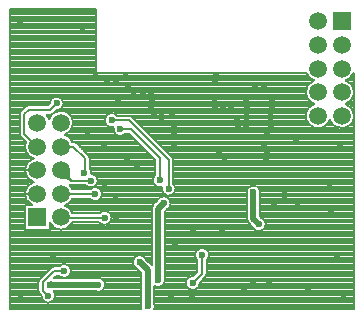
<source format=gbl>
G04*
G04 #@! TF.GenerationSoftware,Altium Limited,Altium Designer,18.1.7 (191)*
G04*
G04 Layer_Physical_Order=2*
G04 Layer_Color=16711680*
%FSLAX24Y24*%
%MOIN*%
G70*
G01*
G75*
%ADD11C,0.0079*%
%ADD50C,0.0197*%
%ADD62C,0.0591*%
%ADD63R,0.0591X0.0591*%
%ADD64C,0.0236*%
G36*
X54537Y22238D02*
X54522Y22251D01*
X54503Y22262D01*
X54481Y22272D01*
X54456Y22281D01*
X54428Y22288D01*
X54396Y22294D01*
X54361Y22298D01*
X54280Y22303D01*
X54235Y22303D01*
X54528Y22595D01*
X54528Y22550D01*
X54532Y22470D01*
X54537Y22435D01*
X54543Y22403D01*
X54550Y22375D01*
X54558Y22349D01*
X54568Y22328D01*
X54580Y22309D01*
X54592Y22294D01*
X54537Y22238D01*
D02*
G37*
D11*
X64005Y25222D02*
G03*
X63719Y25591I-413J-26D01*
G01*
X64005Y24435D02*
G03*
X63719Y24803I-413J-26D01*
G01*
Y25591D02*
G03*
X63979Y25837I-126J394D01*
G01*
X62419D02*
G03*
X62679Y25591I386J148D01*
G01*
X63719Y24803D02*
G03*
X64005Y25171I-126J394D01*
G01*
X63199Y24283D02*
G03*
X64005Y24384I394J126D01*
G01*
X62679Y24803D02*
G03*
X63199Y24283I126J-394D01*
G01*
X62679Y25591D02*
G03*
X62679Y24803I126J-394D01*
G01*
X56617Y24373D02*
G03*
X56506Y24419I-112J-111D01*
G01*
X56617Y24373D02*
G03*
X56506Y24419I-111J-111D01*
G01*
X57982Y22943D02*
G03*
X57936Y23054I-157J0D01*
G01*
X57982Y22943D02*
G03*
X57936Y23054I-157J0D01*
G01*
X56101Y24419D02*
G03*
X55984Y24033I-176J-157D01*
G01*
D02*
G03*
X56387Y23809I227J-66D01*
G01*
X55246Y22520D02*
G03*
X55187Y22676I-236J0D01*
G01*
X55244Y22489D02*
G03*
X55246Y22520I-234J30D01*
G01*
X60886Y21860D02*
G03*
X60433Y21766I-236J0D01*
G01*
X60866D02*
G03*
X60886Y21860I-217J94D01*
G01*
X58061Y21978D02*
G03*
X57982Y22154I-236J0D01*
G01*
X57369Y22433D02*
G03*
X57594Y22031I157J-176D01*
G01*
D02*
G03*
X58061Y21978I230J-52D01*
G01*
X57894Y21496D02*
G03*
X57438Y21582I-236J0D01*
G01*
X55463Y22254D02*
G03*
X55244Y22489I-236J0D01*
G01*
X55198Y21644D02*
G03*
X55610Y21801I176J157D01*
G01*
D02*
G03*
X55198Y21959I-236J0D01*
G01*
X61063Y20797D02*
G03*
X60913Y21017I-236J0D01*
G01*
X60607Y20711D02*
G03*
X61063Y20797I220J86D01*
G01*
X60433Y20974D02*
G03*
X60497Y20821I217J0D01*
G01*
X60433Y20974D02*
G03*
X60496Y20821I217J0D01*
G01*
X57744Y21276D02*
G03*
X57894Y21496I-86J220D01*
G01*
X57317Y21462D02*
G03*
X57254Y21309I153J-153D01*
G01*
X59094Y19586D02*
G03*
X59176Y19765I-155J179D01*
G01*
D02*
G03*
X58780Y19591I-236J0D01*
G01*
X57318Y21463D02*
G03*
X57254Y21309I153J-153D01*
G01*
X55925Y21014D02*
G03*
X55513Y21171I-236J0D01*
G01*
Y20856D02*
G03*
X55925Y21014I176J157D01*
G01*
X57080Y19614D02*
G03*
X56774Y19308I-220J-86D01*
G01*
X59048Y19042D02*
G03*
X59094Y19154I-111J111D01*
G01*
X59048Y19042D02*
G03*
X59094Y19154I-111J112D01*
G01*
X58635Y19074D02*
G03*
X58858Y18839I-13J-236D01*
G01*
X57707Y18937D02*
G03*
X57687Y19031I-236J0D01*
G01*
X57343Y18738D02*
G03*
X57707Y18937I128J199D01*
G01*
X55709Y18780D02*
G03*
X55378Y18996I-236J0D01*
G01*
X57362Y18061D02*
G03*
X57343Y18155I-236J0D01*
G01*
X57341Y17963D02*
G03*
X57362Y18061I-215J98D01*
G01*
X56909Y18155D02*
G03*
X56911Y17963I217J-94D01*
G01*
X55378Y18563D02*
G03*
X55709Y18780I94J217D01*
G01*
X54071Y24587D02*
G03*
X54321Y24823I13J236D01*
G01*
D02*
G03*
X53849Y24810I-236J0D01*
G01*
X53159Y24764D02*
G03*
X53048Y24718I0J-157D01*
G01*
X53159Y24764D02*
G03*
X53048Y24717I0J-157D01*
G01*
X54646Y24173D02*
G03*
X53999Y24515I-413J0D01*
G01*
X53868Y24449D02*
G03*
X53941Y24467I0J157D01*
G01*
X54358Y23780D02*
G03*
X54646Y24173I-126J394D01*
G01*
X53868Y24449D02*
G03*
X53941Y24467I0J157D01*
G01*
D02*
G03*
X53839Y24299I291J-294D01*
G01*
D02*
G03*
X53753Y24449I-394J-126D01*
G01*
X52900Y24570D02*
G03*
X52854Y24459I111J-111D01*
G01*
X52901Y24570D02*
G03*
X52854Y24459I111J-112D01*
G01*
Y23819D02*
G03*
X52900Y23708I157J0D01*
G01*
X52854Y23819D02*
G03*
X52901Y23707I157J0D01*
G01*
X54615Y23543D02*
G03*
X54358Y23780I-382J-157D01*
G01*
X54757Y23497D02*
G03*
X54646Y23543I-112J-111D01*
G01*
X55187Y23002D02*
G03*
X55141Y23113I-157J0D01*
G01*
X55187Y23002D02*
G03*
X55141Y23114I-157J0D01*
G01*
X54757Y23497D02*
G03*
X54646Y23543I-111J-111D01*
G01*
X53063Y23545D02*
G03*
X53319Y22992I382J-159D01*
G01*
X55050Y22096D02*
G03*
X55463Y22254I176J157D01*
G01*
X54521Y22107D02*
G03*
X54577Y22096I55J147D01*
G01*
X54521Y22107D02*
G03*
X54577Y22096I55J147D01*
G01*
X54618Y21959D02*
G03*
X54521Y22107I-386J-148D01*
G01*
X54618Y21171D02*
G03*
X54358Y21417I-386J-148D01*
G01*
D02*
G03*
X54610Y21644I-126J394D01*
G01*
X53858Y20848D02*
G03*
X54610Y20856I374J176D01*
G01*
X54577Y19232D02*
G03*
X54164Y19390I-236J0D01*
G01*
X54341Y18996D02*
G03*
X54577Y19232I0J236D01*
G01*
X54164Y19075D02*
G03*
X54341Y18996I176J157D01*
G01*
X53319Y22992D02*
G03*
X53319Y22205I126J-394D01*
G01*
D02*
G03*
X53269Y21437I126J-394D01*
G01*
X54006Y19390D02*
G03*
X53895Y19343I0J-157D01*
G01*
X54006Y19390D02*
G03*
X53895Y19344I0J-157D01*
G01*
X54045Y18415D02*
G03*
X53993Y18563I-236J0D01*
G01*
X53531Y18979D02*
G03*
X53484Y18868I111J-112D01*
G01*
X53573Y18428D02*
G03*
X54045Y18415I236J-13D01*
G01*
X53530Y18979D02*
G03*
X53484Y18868I111J-111D01*
G01*
Y18583D02*
G03*
X53530Y18471I157J0D01*
G01*
X53484Y18583D02*
G03*
X53531Y18471I157J0D01*
G01*
X64005Y25222D02*
Y25837D01*
X63975Y25354D02*
X64005D01*
X63975Y25039D02*
X64005D01*
X63932Y24961D02*
X64005D01*
X63975Y25827D02*
X64005D01*
X63932Y25748D02*
X64005D01*
X63932Y25433D02*
X64005D01*
X63860Y25512D02*
X64005D01*
Y24435D02*
Y25171D01*
X63975Y24252D02*
X64005D01*
X63932Y24173D02*
X64005D01*
X63860Y24094D02*
X64005D01*
X63860Y24724D02*
X64005D01*
X63860Y24882D02*
X64005D01*
X63975Y24567D02*
X64005D01*
X63932Y24646D02*
X64005D01*
X63860Y25669D02*
X64005D01*
X63719Y25591D02*
X64005D01*
X63719Y24803D02*
X64005D01*
X63718Y24016D02*
X64005D01*
X62931D02*
X63467D01*
X57053Y23937D02*
X64005D01*
X63144Y24173D02*
X63253D01*
X63073Y24094D02*
X63325D01*
X56975Y24016D02*
X62679D01*
X57982Y22283D02*
X64005D01*
X57982Y22598D02*
X64005D01*
X60794Y22047D02*
X64005D01*
X58009Y22126D02*
X64005D01*
X57982Y22835D02*
X64005D01*
X57982Y22913D02*
X64005D01*
X57982Y22677D02*
X64005D01*
X57982Y22756D02*
X64005D01*
X60866Y21575D02*
X64005D01*
X60866Y21653D02*
X64005D01*
X60866Y21417D02*
X64005D01*
X60866Y21496D02*
X64005D01*
X60884Y21890D02*
X64005D01*
X60860Y21968D02*
X64005D01*
X60881Y21811D02*
X64005D01*
X60866Y21732D02*
X64005D01*
X57526Y23465D02*
X64005D01*
X57447Y23543D02*
X64005D01*
X57683Y23307D02*
X64005D01*
X57605Y23386D02*
X64005D01*
X57211Y23779D02*
X64005D01*
X57132Y23858D02*
X64005D01*
X57368Y23622D02*
X64005D01*
X57290Y23701D02*
X64005D01*
X57982Y22441D02*
X64005D01*
X57982Y22520D02*
X64005D01*
X57982Y22205D02*
X64005D01*
X57982Y22362D02*
X64005D01*
X57841Y23150D02*
X64005D01*
X57762Y23228D02*
X64005D01*
X57974Y22992D02*
X64005D01*
X57920Y23071D02*
X64005D01*
X56739Y24252D02*
X62423D01*
X56896Y24094D02*
X62537D01*
X56817Y24173D02*
X62466D01*
X56660Y24331D02*
X62399D01*
X56561Y24409D02*
X62392D01*
X56617Y24373D02*
X57936Y23054D01*
X57982Y22154D02*
Y22943D01*
X56490Y23809D02*
X57369Y22930D01*
X56387Y23809D02*
X56490D01*
X57369Y22433D02*
Y22930D01*
X56355Y23779D02*
X56519D01*
X55993Y24488D02*
X62399D01*
X55394Y25837D02*
X62419D01*
X55187Y22913D02*
X57369D01*
X55187Y22992D02*
X57307D01*
X55394Y25837D02*
Y27982D01*
X56101Y24419D02*
X56506D01*
X55187Y22756D02*
X57369D01*
X55187Y22835D02*
X57369D01*
X55233Y22598D02*
X57369D01*
X55187Y22677D02*
X57369D01*
X55187Y22676D02*
Y23002D01*
X55246Y22520D02*
X57369D01*
X58051Y22047D02*
X60505D01*
X58061Y21968D02*
X60440D01*
X58044Y21890D02*
X60415D01*
X57991Y21811D02*
X60419D01*
X57834Y21653D02*
X60433D01*
X57662Y21732D02*
X60433D01*
X57894Y21496D02*
X60433D01*
X57880Y21575D02*
X60433D01*
X57880Y21417D02*
X60433D01*
X57318Y21463D02*
X57438Y21582D01*
X55425Y22126D02*
X57330D01*
X55371Y22441D02*
X57369D01*
X55541Y21968D02*
X57589D01*
X55341Y22047D02*
X57418D01*
X55436Y22362D02*
X57315D01*
X55461Y22283D02*
X57292D01*
X55457Y22205D02*
X57296D01*
X55610Y21811D02*
X57658D01*
X55593Y21890D02*
X57606D01*
X55600Y21732D02*
X57653D01*
X55558Y21653D02*
X57481D01*
X55441Y21575D02*
X57430D01*
X60866Y21260D02*
X64005D01*
X60866Y21339D02*
X64005D01*
X60866Y21102D02*
X64005D01*
X60866Y21181D02*
X64005D01*
X60866Y21064D02*
X60913Y21017D01*
X60866Y21064D02*
Y21766D01*
X61011Y20945D02*
X64005D01*
X60907Y21024D02*
X64005D01*
Y17963D02*
Y24384D01*
X61053Y20866D02*
X64005D01*
X61063Y20787D02*
X64005D01*
X61046Y20709D02*
X64005D01*
X60497Y20821D02*
X60607Y20711D01*
X60993Y20630D02*
X64005D01*
X60433Y20974D02*
Y21766D01*
X57687Y21024D02*
X60433D01*
X57687Y20866D02*
X60462D01*
X57687Y20945D02*
X60435D01*
X57834Y21339D02*
X60433D01*
X57727Y21260D02*
X60433D01*
X57687Y21102D02*
X60433D01*
X57687Y21181D02*
X60433D01*
X57687Y20551D02*
X64005D01*
X57687Y20630D02*
X60660D01*
X57687Y20394D02*
X64005D01*
X57687Y20472D02*
X64005D01*
X57687Y20709D02*
X60608D01*
X57687Y20787D02*
X60530D01*
X59162Y19685D02*
X64005D01*
X59115Y19606D02*
X64005D01*
X59094Y19449D02*
X64005D01*
X59094Y19528D02*
X64005D01*
X59117Y19921D02*
X64005D01*
X58962Y20000D02*
X64005D01*
X59176Y19764D02*
X64005D01*
X59163Y19842D02*
X64005D01*
X59060Y19055D02*
X64005D01*
X58983Y18976D02*
X64005D01*
X58904Y18898D02*
X64005D01*
X58857Y18819D02*
X64005D01*
X59094Y19291D02*
X64005D01*
X59094Y19370D02*
X64005D01*
X59094Y19213D02*
X64005D01*
X59093Y19134D02*
X64005D01*
X58837Y18740D02*
X64005D01*
X58778Y18661D02*
X64005D01*
X57343Y18504D02*
X64005D01*
X57343Y18583D02*
X64005D01*
X57687Y20236D02*
X64005D01*
X57687Y20315D02*
X64005D01*
X57687Y20079D02*
X64005D01*
X57687Y20157D02*
X64005D01*
X57357Y18110D02*
X64005D01*
X57343Y18189D02*
X64005D01*
X57360Y18031D02*
X64005D01*
X57341Y17963D02*
X64005D01*
X57343Y18346D02*
X64005D01*
X57343Y18425D02*
X64005D01*
X57343Y18268D02*
X64005D01*
X57687Y19921D02*
X58763D01*
X57687Y20000D02*
X58918D01*
X57687Y19685D02*
X58718D01*
X57687Y19842D02*
X58717D01*
X57687Y19764D02*
X58704D01*
X57687Y21219D02*
X57744Y21276D01*
X59094Y19154D02*
Y19586D01*
X57687Y19528D02*
X58780D01*
X57687Y19606D02*
X58765D01*
X57687Y19031D02*
Y21219D01*
X58780Y19219D02*
Y19591D01*
X57687Y19449D02*
X58780D01*
X55856Y21181D02*
X57254D01*
X55925Y21024D02*
X57254D01*
X55908Y21102D02*
X57254D01*
X55915Y20945D02*
X57254D01*
X55873Y20866D02*
X57254D01*
X55756Y20787D02*
X57254D01*
X57036Y19685D02*
X57254D01*
X56865Y19764D02*
X57254D01*
X57167Y19528D02*
X57254D01*
X57088Y19606D02*
X57254D01*
Y19440D02*
Y21309D01*
X57080Y19614D02*
X57254Y19440D01*
X58635Y19074D02*
X58780Y19219D01*
X57687Y19291D02*
X58780D01*
X57687Y19213D02*
X58773D01*
X57687Y19370D02*
X58780D01*
X57687Y19055D02*
X58528D01*
X57687Y19134D02*
X58695D01*
X58858Y18852D02*
X59048Y19042D01*
X57703Y18976D02*
X58430D01*
X57601Y18740D02*
X58407D01*
X57703Y18898D02*
X58393D01*
X57675Y18819D02*
X58387D01*
X56774Y19308D02*
X56909Y19172D01*
X55603Y18976D02*
X56909D01*
X57343Y18661D02*
X58466D01*
X55677Y18898D02*
X56909D01*
X55705Y18819D02*
X56909D01*
X55705Y18740D02*
X56909D01*
X55677Y18661D02*
X56909D01*
X57343Y18155D02*
Y18738D01*
X56909Y18155D02*
Y19172D01*
X55603Y18583D02*
X56909D01*
X52530Y26378D02*
X55394D01*
X52530Y26457D02*
X55394D01*
X52530Y26220D02*
X55394D01*
X52530Y26299D02*
X55394D01*
X52530Y26693D02*
X55394D01*
X52530Y26772D02*
X55394D01*
X52530Y26535D02*
X55394D01*
X52530Y26614D02*
X55394D01*
X52530Y25748D02*
X62466D01*
X52530Y25827D02*
X62423D01*
X52530Y25591D02*
X62679D01*
X52530Y25669D02*
X62537D01*
X52530Y26063D02*
X55394D01*
X52530Y26142D02*
X55394D01*
X52530Y25905D02*
X55394D01*
X52530Y25984D02*
X55394D01*
X52530Y27638D02*
X55394D01*
X52530Y27716D02*
X55394D01*
X52530Y27480D02*
X55394D01*
X52530Y27559D02*
X55394D01*
X52530Y27953D02*
X55394D01*
X52530Y27982D02*
X55394D01*
X52530Y27795D02*
X55394D01*
X52530Y27874D02*
X55394D01*
X52530Y27008D02*
X55394D01*
X52530Y27087D02*
X55394D01*
X52530Y26850D02*
X55394D01*
X52530Y26929D02*
X55394D01*
X52530Y27323D02*
X55394D01*
X52530Y27402D02*
X55394D01*
X52530Y27165D02*
X55394D01*
X52530Y27244D02*
X55394D01*
X54638Y24094D02*
X55759D01*
X54500Y24488D02*
X55858D01*
X54614Y24016D02*
X55980D01*
X54571Y23937D02*
X55976D01*
X54615Y24331D02*
X55699D01*
X54572Y24409D02*
X55741D01*
X54646Y24173D02*
X55706D01*
X54638Y24252D02*
X55689D01*
X55026Y23228D02*
X57071D01*
X54947Y23307D02*
X56992D01*
X55171Y23071D02*
X57228D01*
X55105Y23150D02*
X57149D01*
X54650Y23543D02*
X56756D01*
X54572Y23622D02*
X56677D01*
X54868Y23386D02*
X56913D01*
X54790Y23465D02*
X56834D01*
X52530Y25433D02*
X62466D01*
X52530Y25512D02*
X62537D01*
X54277Y24961D02*
X62466D01*
X54179Y25039D02*
X62423D01*
X52530Y25276D02*
X62399D01*
X52530Y25354D02*
X62423D01*
X52530Y25118D02*
X62399D01*
X52530Y25197D02*
X62392D01*
X54320Y24803D02*
X62679D01*
X54313Y24882D02*
X62537D01*
X54299Y24724D02*
X62537D01*
X54241Y24646D02*
X62466D01*
X54500Y23858D02*
X56001D01*
X54358Y24567D02*
X62423D01*
X54500Y23701D02*
X56598D01*
X54358Y23779D02*
X56066D01*
X54051Y24567D02*
X54106D01*
X53999Y24515D02*
X54071Y24587D01*
X53803Y24764D02*
X53849Y24810D01*
X53159Y24764D02*
X53803D01*
X53753Y24449D02*
X53868D01*
X53784Y24409D02*
X53893D01*
X52530Y24961D02*
X53893D01*
X52530Y25039D02*
X53990D01*
X52530Y24803D02*
X53842D01*
X52530Y24882D02*
X53856D01*
X52901Y24570D02*
X53048Y24717D01*
X52530Y24724D02*
X53055D01*
X52530Y24567D02*
X52897D01*
X52530Y24646D02*
X52976D01*
X52530Y24409D02*
X52854D01*
X52530Y24488D02*
X52857D01*
X52854Y23819D02*
Y24459D01*
X52530Y24331D02*
X52854D01*
X52530Y24173D02*
X52854D01*
X52530Y24252D02*
X52854D01*
X52901Y23707D02*
X53063Y23545D01*
X52530Y24016D02*
X52854D01*
X52530Y24094D02*
X52854D01*
X52530Y23779D02*
X52859D01*
X52530Y23937D02*
X52854D01*
X54757Y23497D02*
X55141Y23114D01*
X54615Y23543D02*
X54646D01*
X53071Y22598D02*
X53445D01*
X52530Y23465D02*
X53039D01*
X52530Y23543D02*
X53063D01*
X52530Y23228D02*
X53063D01*
X52530Y23307D02*
X53039D01*
X52530Y23701D02*
X52907D01*
X52530Y23858D02*
X52854D01*
X52530Y23386D02*
X53032D01*
X52530Y23622D02*
X52986D01*
X52530Y23071D02*
X53177D01*
X52530Y23150D02*
X53106D01*
X52530Y22913D02*
X53177D01*
X52530Y22992D02*
X53319D01*
X52530Y22756D02*
X53063D01*
X52530Y22835D02*
X53106D01*
X52530Y22677D02*
X53039D01*
X54572Y22047D02*
X55112D01*
X54618Y21959D02*
X55198D01*
X54615Y21968D02*
X55207D01*
X54577Y22096D02*
X55050D01*
X54572Y21260D02*
X57254D01*
X54500Y21339D02*
X57256D01*
X54615Y21181D02*
X55522D01*
X54571Y20787D02*
X55622D01*
X54610Y21644D02*
X55198D01*
X54571Y21575D02*
X55307D01*
X54618Y21171D02*
X55513D01*
X54610Y20856D02*
X55513D01*
X54500Y21496D02*
X57351D01*
X54358Y21417D02*
X57283D01*
X54500Y20709D02*
X57254D01*
X54358Y20630D02*
X57254D01*
X53858D02*
X54106D01*
X52530Y20157D02*
X57254D01*
X52530Y20236D02*
X57254D01*
X52530Y20000D02*
X57254D01*
X52530Y20079D02*
X57254D01*
X52530Y20472D02*
X57254D01*
X52530Y20551D02*
X57254D01*
X52530Y20315D02*
X57254D01*
X52530Y20394D02*
X57254D01*
X54569Y19291D02*
X56790D01*
X54532Y19370D02*
X56684D01*
X54576Y19213D02*
X56869D01*
X54555Y19134D02*
X56909D01*
X54435Y19449D02*
X56638D01*
X54072Y19075D02*
X54164D01*
X54006Y19390D02*
X54164D01*
X54497Y19055D02*
X56909D01*
X54028Y18504D02*
X56909D01*
X54045Y18425D02*
X56909D01*
X54035Y18346D02*
X56909D01*
X54341Y18996D02*
X55378D01*
X54052Y19055D02*
X54184D01*
X52530Y19842D02*
X57254D01*
X52530Y19921D02*
X57254D01*
X52530Y19685D02*
X56684D01*
X52530Y19764D02*
X56856D01*
X52530Y19528D02*
X56624D01*
X52530Y19606D02*
X56638D01*
X53993Y18996D02*
X54341D01*
X52530Y19449D02*
X54246D01*
X53993Y18268D02*
X56909D01*
X53876Y18189D02*
X56909D01*
X52530Y17963D02*
X56911D01*
X52530Y18110D02*
X56895D01*
X53993Y18563D02*
X55378D01*
X53993Y18996D02*
X54072Y19075D01*
X52530Y18031D02*
X56892D01*
X52530Y22362D02*
X53106D01*
X52530Y22126D02*
X53177D01*
X52530Y22283D02*
X53177D01*
X52530Y22441D02*
X53063D01*
X52530Y22520D02*
X53039D01*
X52530Y21968D02*
X53063D01*
X52530Y22047D02*
X53106D01*
X53071Y21811D02*
X53445D01*
X53858Y20787D02*
X53893D01*
X53858Y20610D02*
Y20848D01*
X52530Y21890D02*
X53039D01*
X52530Y17963D02*
Y27982D01*
X53032Y20610D02*
Y21437D01*
X53269D01*
X52530Y21653D02*
X53063D01*
X52530Y22205D02*
X53319D01*
X52530Y21496D02*
X53177D01*
X52530Y21575D02*
X53106D01*
X52530Y21811D02*
X53032D01*
X52530Y22598D02*
X53032D01*
X52530Y21417D02*
X53032D01*
X52530Y21732D02*
X53039D01*
X52530Y20945D02*
X53032D01*
X52530Y21024D02*
X53032D01*
X52530Y20787D02*
X53032D01*
X52530Y20866D02*
X53032D01*
X52530Y21260D02*
X53032D01*
X52530Y21339D02*
X53032D01*
X52530Y21102D02*
X53032D01*
X52530Y21181D02*
X53032D01*
X53858Y20709D02*
X53965D01*
X53531Y18979D02*
X53895Y19343D01*
X52530Y20630D02*
X53032D01*
X52530Y20709D02*
X53032D01*
Y20610D02*
X53858D01*
X52530Y19134D02*
X53685D01*
X53531Y18471D02*
X53573Y18428D01*
X53484Y18583D02*
Y18868D01*
X52530Y19291D02*
X53843D01*
X52530Y19370D02*
X53930D01*
X52530Y19055D02*
X53607D01*
X52530Y19213D02*
X53764D01*
X52530Y18898D02*
X53487D01*
X52530Y18976D02*
X53528D01*
X52530Y18740D02*
X53484D01*
X52530Y18819D02*
X53484D01*
X52530Y18346D02*
X53583D01*
X52530Y18425D02*
X53573D01*
X52530Y18189D02*
X53742D01*
X52530Y18268D02*
X53625D01*
X52530Y18583D02*
X53484D01*
X52530Y18661D02*
X53484D01*
X52530Y18504D02*
X53505D01*
X53868Y24606D02*
X54085Y24823D01*
X53159Y24606D02*
X53868D01*
X53012Y24459D02*
X53159Y24606D01*
X53012Y23819D02*
Y24459D01*
Y23819D02*
X53445Y23386D01*
X54006Y19232D02*
X54341D01*
X53642Y18868D02*
X54006Y19232D01*
X53642Y18583D02*
Y18868D01*
Y18583D02*
X53809Y18415D01*
X55030Y22500D02*
Y23002D01*
X55010Y22520D02*
X55030Y22500D01*
Y22490D02*
Y22500D01*
X54646Y23386D02*
X55030Y23002D01*
X54232Y23386D02*
X54646D01*
X58937Y19154D02*
Y19768D01*
X55925Y24262D02*
X56506D01*
X56211Y23967D02*
X56555D01*
X56506Y24262D02*
X57825Y22943D01*
Y21978D02*
Y22943D01*
X56555Y23967D02*
X57526Y22995D01*
Y22257D02*
Y22995D01*
X54232Y22598D02*
X54577Y22254D01*
X55226D01*
X54232Y21811D02*
X54242Y21801D01*
X55374D01*
X54232Y21024D02*
X54242Y21014D01*
X55689D01*
X58622Y18839D02*
X58937Y19154D01*
Y19768D02*
X58940Y19765D01*
D50*
X53878Y18770D02*
X53898D01*
X53917Y18789D01*
X53927Y18780D01*
X55472D01*
X57126Y18061D02*
Y19262D01*
X56860Y19528D02*
X57126Y19262D01*
X57470Y21309D02*
X57657Y21496D01*
X57470Y18937D02*
Y21309D01*
X60650Y20974D02*
Y21860D01*
Y20974D02*
X60827Y20797D01*
D62*
X62805Y24409D02*
D03*
Y25197D02*
D03*
Y25984D02*
D03*
Y26772D02*
D03*
Y27559D02*
D03*
X63593Y24409D02*
D03*
Y25197D02*
D03*
Y25984D02*
D03*
Y26772D02*
D03*
X54232Y24173D02*
D03*
Y23386D02*
D03*
Y22598D02*
D03*
Y21811D02*
D03*
Y21024D02*
D03*
X53445Y24173D02*
D03*
Y23386D02*
D03*
Y22598D02*
D03*
Y21811D02*
D03*
D63*
X63593Y27559D02*
D03*
X53445Y21024D02*
D03*
D64*
X53976Y19656D02*
D03*
X54085Y24823D02*
D03*
X53809Y18415D02*
D03*
X55010Y22520D02*
D03*
X57894Y18445D02*
D03*
X52894Y18317D02*
D03*
X54341Y19232D02*
D03*
X53878Y18770D02*
D03*
X55472Y18780D02*
D03*
X57126Y18061D02*
D03*
X56132Y24862D02*
D03*
X55138Y23907D02*
D03*
X63671Y18317D02*
D03*
X62480Y18583D02*
D03*
X63425Y19774D02*
D03*
X63524Y23356D02*
D03*
X62077Y23642D02*
D03*
X60354Y23307D02*
D03*
X54961Y27362D02*
D03*
X52854Y27549D02*
D03*
X55413Y25720D02*
D03*
X55758Y25600D02*
D03*
X56083Y25620D02*
D03*
X58041Y20079D02*
D03*
X59507Y23159D02*
D03*
X59714Y22864D02*
D03*
X60197Y22205D02*
D03*
X61102Y23189D02*
D03*
X61000Y23455D02*
D03*
X61093Y23799D02*
D03*
X61240Y24075D02*
D03*
X61250Y24370D02*
D03*
X61260Y24665D02*
D03*
Y24980D02*
D03*
X61250Y25285D02*
D03*
X60998Y25384D02*
D03*
X60689Y25394D02*
D03*
X60423Y25285D02*
D03*
X60413Y24983D02*
D03*
X60433Y24685D02*
D03*
X60434Y24370D02*
D03*
X60413Y24065D02*
D03*
X60128Y24006D02*
D03*
X60108Y24301D02*
D03*
X60118Y24557D02*
D03*
X59901Y24724D02*
D03*
X59380Y25256D02*
D03*
X59636Y24715D02*
D03*
X59380Y24744D02*
D03*
Y25000D02*
D03*
Y25502D02*
D03*
X59390Y25758D02*
D03*
X58012Y23455D02*
D03*
Y23789D02*
D03*
X58002Y24114D02*
D03*
X57933Y24391D02*
D03*
X57608Y24380D02*
D03*
X57333Y24391D02*
D03*
X57244Y24636D02*
D03*
X57254Y24911D02*
D03*
X57224Y25171D02*
D03*
X56959Y25167D02*
D03*
X56673Y25222D02*
D03*
X56476Y25423D02*
D03*
X56407Y25720D02*
D03*
X61072Y22907D02*
D03*
X63228Y21240D02*
D03*
X63209Y21988D02*
D03*
X62146Y21537D02*
D03*
X61713Y21772D02*
D03*
X61339Y21496D02*
D03*
X61181Y18799D02*
D03*
X60630Y18819D02*
D03*
X60325Y18652D02*
D03*
X58602Y18396D02*
D03*
X58622Y20650D02*
D03*
X59606D02*
D03*
Y21585D02*
D03*
X58622Y21575D02*
D03*
X59114Y21112D02*
D03*
X56083Y21033D02*
D03*
X56073Y21604D02*
D03*
X56782Y22785D02*
D03*
X56445Y22982D02*
D03*
X55685Y22175D02*
D03*
X55659Y23465D02*
D03*
X57470Y18937D02*
D03*
X57657Y21496D02*
D03*
X55925Y24262D02*
D03*
X56211Y23967D02*
D03*
X55226Y22254D02*
D03*
X55374Y21801D02*
D03*
X55689Y21014D02*
D03*
X56860Y19528D02*
D03*
X60827Y20797D02*
D03*
X60650Y21860D02*
D03*
X58622Y18839D02*
D03*
X58940Y19765D02*
D03*
X57825Y21978D02*
D03*
X57526Y22257D02*
D03*
M02*

</source>
